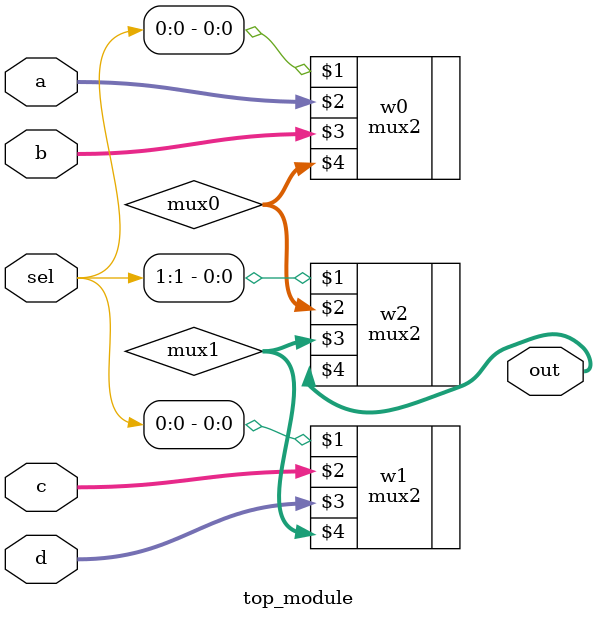
<source format=v>
module top_module (
    input [1:0] sel,
    input [7:0] a,
    input [7:0] b,
    input [7:0] c,
    input [7:0] d,
    output [7:0] out  ); //

    wire [7:0] mux0, mux1;
    mux2 w0 ( sel[0],    a,    b, mux0 );
    mux2 w1 ( sel[0],    c,    d, mux1 );
    mux2 w2 ( sel[1], mux0, mux1,  out );

endmodule

</source>
